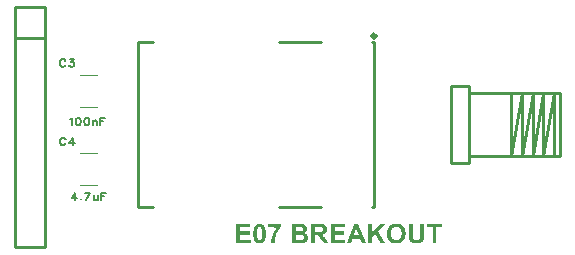
<source format=gto>
G04 Layer: TopSilkscreenLayer*
G04 EasyEDA Pro v2.2.40.3, 2025-08-02 18:00:09*
G04 Gerber Generator version 0.3*
G04 Scale: 100 percent, Rotated: No, Reflected: No*
G04 Dimensions in millimeters*
G04 Leading zeros omitted, absolute positions, 4 integers and 5 decimals*
G04 Generated by one-click*
%FSLAX45Y45*%
%MOMM*%
%ADD10C,0.1524*%
%ADD11C,0.12*%
%ADD12C,0.254*%
%ADD13C,0.35001*%
%ADD14C,0.4749*%
G75*


G04 Text Start*
G36*
G01X13707226Y-9292474D02*
G01X13707226Y-9210733D01*
G01X13766107Y-9210733D01*
G01X13826721Y-9211079D01*
G01X13828453Y-9211426D01*
G01X13828453Y-9238442D01*
G01X13739784Y-9238442D01*
G01X13739784Y-9275156D01*
G01X13822218Y-9275156D01*
G01X13822218Y-9302173D01*
G01X13739784Y-9302173D01*
G01X13739784Y-9347200D01*
G01X13831224Y-9347200D01*
G01X13831224Y-9374216D01*
G01X13707226Y-9374216D01*
G01X13707226Y-9292474D01*
G37*
G36*
G01X13905346Y-9376987D02*
G01X13896340Y-9376641D01*
G01X13894608Y-9375948D01*
G01X13891491Y-9375256D01*
G01X13888027Y-9374216D01*
G01X13885256Y-9373177D01*
G01X13883178Y-9372138D01*
G01X13878329Y-9369367D01*
G01X13876251Y-9367982D01*
G01X13874173Y-9366250D01*
G01X13868284Y-9360362D01*
G01X13866206Y-9357937D01*
G01X13864128Y-9354820D01*
G01X13862396Y-9351703D01*
G01X13861011Y-9348932D01*
G01X13859626Y-9345814D01*
G01X13857201Y-9338541D01*
G01X13855816Y-9332999D01*
G01X13854430Y-9326072D01*
G01X13853737Y-9319837D01*
G01X13853044Y-9312910D01*
G01X13852698Y-9295592D01*
G01X13852747Y-9293167D01*
G01X13885256Y-9293167D01*
G01X13885603Y-9313603D01*
G01X13886296Y-9322608D01*
G01X13887334Y-9329882D01*
G01X13888027Y-9333346D01*
G01X13890106Y-9339580D01*
G01X13891491Y-9342697D01*
G01X13893223Y-9345468D01*
G01X13895301Y-9347893D01*
G01X13897726Y-9349624D01*
G01X13900496Y-9350664D01*
G01X13900496Y-9350664D01*
G01X13902228Y-9351010D01*
G01X13904306Y-9351356D01*
G01X13907770Y-9351010D01*
G01X13910541Y-9350317D01*
G01X13912966Y-9349624D01*
G01X13915044Y-9348239D01*
G01X13918507Y-9344776D01*
G01X13919893Y-9342697D01*
G01X13920932Y-9340273D01*
G01X13921971Y-9337502D01*
G01X13923010Y-9334038D01*
G01X13923703Y-9330921D01*
G01X13924396Y-9326072D01*
G01X13925088Y-9319144D01*
G01X13925781Y-9300441D01*
G01X13926127Y-9294899D01*
G01X13925781Y-9289357D01*
G01X13925088Y-9270654D01*
G01X13924742Y-9267536D01*
G01X13924396Y-9263726D01*
G01X13923703Y-9258877D01*
G01X13922664Y-9253682D01*
G01X13921278Y-9249526D01*
G01X13919893Y-9246408D01*
G01X13918854Y-9243984D01*
G01X13917468Y-9241906D01*
G01X13915736Y-9240174D01*
G01X13913658Y-9238442D01*
G01X13910887Y-9237056D01*
G01X13906731Y-9236364D01*
G01X13902228Y-9236710D01*
G01X13898764Y-9237749D01*
G01X13896340Y-9239134D01*
G01X13894608Y-9240520D01*
G01X13892876Y-9242252D01*
G01X13891144Y-9245023D01*
G01X13889759Y-9248140D01*
G01X13888720Y-9250911D01*
G01X13887681Y-9254721D01*
G01X13886988Y-9258184D01*
G01X13886296Y-9263726D01*
G01X13885603Y-9272732D01*
G01X13885256Y-9293167D01*
G01X13852747Y-9293167D01*
G01X13853044Y-9278274D01*
G01X13853391Y-9275503D01*
G01X13853737Y-9270654D01*
G01X13854430Y-9265804D01*
G01X13855123Y-9261648D01*
G01X13855816Y-9258184D01*
G01X13856162Y-9255760D01*
G01X13856854Y-9252989D01*
G01X13858933Y-9246062D01*
G01X13861011Y-9240520D01*
G01X13862396Y-9237403D01*
G01X13864128Y-9233939D01*
G01X13866206Y-9230822D01*
G01X13867938Y-9228051D01*
G01X13869670Y-9225973D01*
G01X13871056Y-9224241D01*
G01X13872441Y-9222856D01*
G01X13874173Y-9221470D01*
G01X13875904Y-9219738D01*
G01X13878329Y-9218006D01*
G01X13881100Y-9216274D01*
G01X13883524Y-9214889D01*
G01X13885949Y-9213850D01*
G01X13888720Y-9212811D01*
G01X13892184Y-9211772D01*
G01X13895301Y-9211079D01*
G01X13898764Y-9210733D01*
G01X13902921Y-9210386D01*
G01X13905692Y-9210386D01*
G01X13908463Y-9210733D01*
G01X13913312Y-9211079D01*
G01X13918854Y-9212118D01*
G01X13923356Y-9213504D01*
G01X13926474Y-9214889D01*
G01X13929244Y-9216274D01*
G01X13932708Y-9218353D01*
G01X13935479Y-9220431D01*
G01X13938943Y-9223202D01*
G01X13941714Y-9226666D01*
G01X13943792Y-9229090D01*
G01X13945870Y-9232207D01*
G01X13947602Y-9235324D01*
G01X13949334Y-9238788D01*
G01X13951066Y-9242598D01*
G01X13952451Y-9246754D01*
G01X13953836Y-9251257D01*
G01X13954876Y-9254721D01*
G01X13956261Y-9261648D01*
G01X13957646Y-9272732D01*
G01X13958339Y-9283816D01*
G01X13958686Y-9292821D01*
G01X13958339Y-9301826D01*
G01X13957646Y-9312910D01*
G01X13956954Y-9318452D01*
G01X13956607Y-9320876D01*
G01X13956261Y-9323994D01*
G01X13954876Y-9330921D01*
G01X13953490Y-9336463D01*
G01X13952451Y-9340273D01*
G01X13951066Y-9344083D01*
G01X13949680Y-9347546D01*
G01X13946909Y-9353088D01*
G01X13945177Y-9356206D01*
G01X13943446Y-9358976D01*
G01X13939982Y-9363133D01*
G01X13937904Y-9365211D01*
G01X13935826Y-9366943D01*
G01X13933401Y-9369021D01*
G01X13930284Y-9371099D01*
G01X13927166Y-9372831D01*
G01X13923703Y-9374216D01*
G01X13920932Y-9375256D01*
G01X13914697Y-9376641D01*
G01X13905346Y-9376987D01*
G37*
G36*
G01X14001634Y-9374216D02*
G01X14001634Y-9371792D01*
G01X14001981Y-9368328D01*
G01X14002674Y-9360016D01*
G01X14004059Y-9350317D01*
G01X14005444Y-9342004D01*
G01X14006137Y-9338541D01*
G01X14007176Y-9333692D01*
G01X14008216Y-9330228D01*
G01X14009947Y-9323301D01*
G01X14011333Y-9318798D01*
G01X14015489Y-9306329D01*
G01X14016874Y-9302866D01*
G01X14017914Y-9300094D01*
G01X14018953Y-9297670D01*
G01X14021724Y-9291436D01*
G01X14023802Y-9286586D01*
G01X14027958Y-9278274D01*
G01X14030729Y-9273424D01*
G01X14032461Y-9269961D01*
G01X14034193Y-9267190D01*
G01X14035578Y-9264766D01*
G01X14037310Y-9261994D01*
G01X14043544Y-9252643D01*
G01X14045969Y-9249179D01*
G01X14048047Y-9246408D01*
G01X14049433Y-9244676D01*
G01X14050472Y-9242944D01*
G01X14041813Y-9242165D01*
G01X14015143Y-9241906D01*
G01X13979467Y-9241906D01*
G01X13979467Y-9213504D01*
G01X14086840Y-9213504D01*
G01X14086840Y-9224587D01*
G01X14086580Y-9233073D01*
G01X14085801Y-9236364D01*
G01X14082337Y-9240520D01*
G01X14079913Y-9242944D01*
G01X14077142Y-9246408D01*
G01X14075064Y-9249179D01*
G01X14073678Y-9250911D01*
G01X14071946Y-9253336D01*
G01X14067790Y-9259570D01*
G01X14063634Y-9266497D01*
G01X14061902Y-9269268D01*
G01X14059131Y-9274117D01*
G01X14056014Y-9280352D01*
G01X14054282Y-9283123D01*
G01X14047354Y-9298709D01*
G01X14045969Y-9302866D01*
G01X14044584Y-9306329D01*
G01X14042506Y-9312564D01*
G01X14040427Y-9319491D01*
G01X14039388Y-9322608D01*
G01X14036617Y-9333692D01*
G01X14035232Y-9339926D01*
G01X14033846Y-9348239D01*
G01X14033154Y-9353088D01*
G01X14032461Y-9359323D01*
G01X14032114Y-9367289D01*
G01X14032114Y-9374216D01*
G01X14001634Y-9374216D01*
G37*
G36*
G01X14177587Y-9292474D02*
G01X14177587Y-9256799D01*
G01X14210146Y-9256799D01*
G01X14210492Y-9275503D01*
G01X14231274Y-9275849D01*
G01X14254826Y-9275503D01*
G01X14258983Y-9274810D01*
G01X14261754Y-9274117D01*
G01X14264178Y-9273078D01*
G01X14266256Y-9272039D01*
G01X14268334Y-9270654D01*
G01X14270066Y-9268922D01*
G01X14271798Y-9266844D01*
G01X14273184Y-9264073D01*
G01X14273876Y-9258184D01*
G01X14273530Y-9252643D01*
G01X14272837Y-9249872D01*
G01X14271452Y-9246754D01*
G01X14269720Y-9244330D01*
G01X14267988Y-9242598D01*
G01X14265217Y-9240866D01*
G01X14261754Y-9239481D01*
G01X14258983Y-9238788D01*
G01X14234044Y-9238442D01*
G01X14210146Y-9238442D01*
G01X14210146Y-9256799D01*
G01X14210146Y-9256799D01*
G01X14177587Y-9256799D01*
G01X14177587Y-9210733D01*
G01X14213609Y-9210733D01*
G01X14250670Y-9211079D01*
G01X14263139Y-9211772D01*
G01X14265910Y-9212118D01*
G01X14269374Y-9212464D01*
G01X14272837Y-9213157D01*
G01X14278379Y-9214543D01*
G01X14281150Y-9215582D01*
G01X14283921Y-9216967D01*
G01X14287038Y-9218699D01*
G01X14289809Y-9220431D01*
G01X14291887Y-9222163D01*
G01X14297083Y-9227358D01*
G01X14299161Y-9229783D01*
G01X14300893Y-9232554D01*
G01X14302278Y-9235324D01*
G01X14303664Y-9238442D01*
G01X14304703Y-9241213D01*
G01X14305396Y-9243637D01*
G01X14306088Y-9249179D01*
G01X14306088Y-9253336D01*
G01X14305396Y-9258877D01*
G01X14304356Y-9263380D01*
G01X14302971Y-9267190D01*
G01X14301586Y-9269961D01*
G01X14299854Y-9272732D01*
G01X14297429Y-9276196D01*
G01X14295351Y-9278966D01*
G01X14292926Y-9281391D01*
G01X14289463Y-9283816D01*
G01X14287038Y-9285547D01*
G01X14284960Y-9286586D01*
G01X14284008Y-9287019D01*
G01X14283921Y-9287626D01*
G01X14286346Y-9289011D01*
G01X14290156Y-9290396D01*
G01X14293273Y-9292128D01*
G01X14296044Y-9293514D01*
G01X14298122Y-9294899D01*
G01X14302971Y-9299056D01*
G01X14304703Y-9300787D01*
G01X14306434Y-9302866D01*
G01X14309898Y-9308407D01*
G01X14311284Y-9311524D01*
G01X14312669Y-9315681D01*
G01X14313708Y-9319144D01*
G01X14314054Y-9326072D01*
G01X14313708Y-9332999D01*
G01X14313016Y-9336463D01*
G01X14311976Y-9340966D01*
G01X14310591Y-9344776D01*
G01X14309206Y-9347893D01*
G01X14307820Y-9350664D01*
G01X14306088Y-9353434D01*
G01X14304703Y-9355859D01*
G01X14303317Y-9357591D01*
G01X14298122Y-9362786D01*
G01X14295697Y-9364864D01*
G01X14293273Y-9366596D01*
G01X14290848Y-9367982D01*
G01X14288077Y-9369367D01*
G01X14285306Y-9370406D01*
G01X14282189Y-9371446D01*
G01X14278379Y-9372484D01*
G01X14274916Y-9373177D01*
G01X14265910Y-9373870D01*
G01X14221229Y-9374216D01*
G01X14177587Y-9374216D01*
G01X14177587Y-9324686D01*
G01X14210146Y-9324686D01*
G01X14210492Y-9346854D01*
G01X14231274Y-9347200D01*
G01X14252748Y-9346854D01*
G01X14256904Y-9346507D01*
G01X14261754Y-9346161D01*
G01X14265217Y-9345468D01*
G01X14268681Y-9344429D01*
G01X14271798Y-9342697D01*
G01X14274223Y-9340966D01*
G01X14275954Y-9339234D01*
G01X14277340Y-9337502D01*
G01X14278726Y-9335077D01*
G01X14279764Y-9332306D01*
G01X14280111Y-9327111D01*
G01X14279764Y-9321916D01*
G01X14279072Y-9318798D01*
G01X14278033Y-9315681D01*
G01X14276994Y-9313603D01*
G01X14275608Y-9311871D01*
G01X14273876Y-9310139D01*
G01X14271452Y-9308061D01*
G01X14268681Y-9306329D01*
G01X14265910Y-9305290D01*
G01X14263139Y-9304597D01*
G01X14257597Y-9303904D01*
G01X14240972Y-9303212D01*
G01X14225039Y-9302866D01*
G01X14210146Y-9302866D01*
G01X14210146Y-9324686D01*
G01X14210146Y-9324686D01*
G01X14177587Y-9324686D01*
G01X14177587Y-9292474D01*
G37*
G36*
G01X14507326Y-9292474D02*
G01X14507326Y-9210733D01*
G01X14628553Y-9210733D01*
G01X14628553Y-9238442D01*
G01X14540576Y-9238442D01*
G01X14540576Y-9275156D01*
G01X14622318Y-9275156D01*
G01X14622318Y-9302173D01*
G01X14540576Y-9302173D01*
G01X14540576Y-9347200D01*
G01X14632016Y-9347200D01*
G01X14632016Y-9374216D01*
G01X14507326Y-9374216D01*
G01X14507326Y-9292474D01*
G37*
G36*
G01X14342456Y-9292474D02*
G01X14342456Y-9258877D01*
G01X14375014Y-9258877D01*
G01X14375361Y-9279659D01*
G01X14396489Y-9280006D01*
G01X14418310Y-9279659D01*
G01X14421081Y-9279313D01*
G01X14425237Y-9278966D01*
G01X14429740Y-9277927D01*
G01X14432857Y-9276542D01*
G01X14435628Y-9274810D01*
G01X14438399Y-9272039D01*
G01X14440131Y-9269614D01*
G01X14441170Y-9267190D01*
G01X14441863Y-9264419D01*
G01X14442209Y-9260956D01*
G01X14441863Y-9256106D01*
G01X14441170Y-9252643D01*
G01X14440477Y-9250218D01*
G01X14439438Y-9248140D01*
G01X14438053Y-9246062D01*
G01X14436321Y-9243984D01*
G01X14433896Y-9242252D01*
G01X14430779Y-9240520D01*
G01X14428008Y-9239481D01*
G01X14421081Y-9238788D01*
G01X14397528Y-9238442D01*
G01X14375014Y-9238442D01*
G01X14375014Y-9258877D01*
G01X14375014Y-9258877D01*
G01X14342456Y-9258877D01*
G01X14342456Y-9210733D01*
G01X14379517Y-9210733D01*
G01X14417617Y-9211079D01*
G01X14430086Y-9211772D01*
G01X14435628Y-9212464D01*
G01X14439784Y-9213157D01*
G01X14445326Y-9214196D01*
G01X14449483Y-9215582D01*
G01X14452946Y-9216967D01*
G01X14456064Y-9218699D01*
G01X14458488Y-9220084D01*
G01X14460220Y-9221470D01*
G01X14465416Y-9226666D01*
G01X14468186Y-9230129D01*
G01X14469918Y-9232554D01*
G01X14471304Y-9235324D01*
G01X14472343Y-9237749D01*
G01X14473382Y-9240520D01*
G01X14474421Y-9243637D01*
G01X14475114Y-9246408D01*
G01X14475806Y-9251257D01*
G01X14476153Y-9256106D01*
G01X14475806Y-9261648D01*
G01X14475114Y-9265804D01*
G01X14474421Y-9269268D01*
G01X14473728Y-9272039D01*
G01X14472689Y-9274810D01*
G01X14469572Y-9281044D01*
G01X14467840Y-9283469D01*
G01X14466801Y-9285201D01*
G01X14465416Y-9286933D01*
G01X14461952Y-9290396D01*
G01X14459181Y-9292474D01*
G01X14456064Y-9294553D01*
G01X14453639Y-9295938D01*
G01X14450868Y-9297324D01*
G01X14447404Y-9298709D01*
G01X14443248Y-9300094D01*
G01X14439784Y-9301134D01*
G01X14436321Y-9301826D01*
G01X14434589Y-9302259D01*
G01X14434243Y-9302866D01*
G01X14435974Y-9304597D01*
G01X14439092Y-9306676D01*
G01X14441516Y-9308407D01*
G01X14443594Y-9309793D01*
G01X14445673Y-9311524D01*
G01X14453293Y-9319144D01*
G01X14457449Y-9324686D01*
G01X14459874Y-9328150D01*
G01X14466108Y-9337502D01*
G01X14473036Y-9348586D01*
G01X14475114Y-9351703D01*
G01X14487236Y-9371099D01*
G01X14488276Y-9373177D01*
G01X14484033Y-9373957D01*
G01X14470611Y-9374216D01*
G01X14450868Y-9373870D01*
G01X14449309Y-9373177D01*
G01X14448097Y-9371792D01*
G01X14439784Y-9359323D01*
G01X14434936Y-9352396D01*
G01X14420388Y-9330574D01*
G01X14413461Y-9320876D01*
G01X14411036Y-9317759D01*
G01X14408958Y-9314988D01*
G01X14406534Y-9312564D01*
G01X14403070Y-9310139D01*
G01X14399953Y-9308407D01*
G01X14396489Y-9307368D01*
G01X14393372Y-9306676D01*
G01X14383674Y-9306329D01*
G01X14375014Y-9306329D01*
G01X14375014Y-9374216D01*
G01X14342456Y-9374216D01*
G01X14342456Y-9292474D01*
G37*
G36*
G01X14647689Y-9373957D02*
G01X14643793Y-9373177D01*
G01X14645178Y-9370060D01*
G01X14646564Y-9366596D01*
G01X14648642Y-9361054D01*
G01X14651413Y-9354127D01*
G01X14653491Y-9348586D01*
G01X14656262Y-9341658D01*
G01X14658340Y-9336116D01*
G01X14662496Y-9325726D01*
G01X14663882Y-9321916D01*
G01X14666653Y-9314988D01*
G01X14668038Y-9311178D01*
G01X14669424Y-9307714D01*
G01X14702328Y-9307714D01*
G01X14702328Y-9309446D01*
G01X14724496Y-9309793D01*
G01X14746316Y-9309793D01*
G01X14745970Y-9308407D01*
G01X14744931Y-9305636D01*
G01X14743892Y-9302519D01*
G01X14737657Y-9285894D01*
G01X14736618Y-9282776D01*
G01X14732462Y-9271693D01*
G01X14731076Y-9268229D01*
G01X14725534Y-9252989D01*
G01X14724149Y-9250564D01*
G01X14723110Y-9251257D01*
G01X14722071Y-9253336D01*
G01X14721032Y-9256106D01*
G01X14719993Y-9259224D01*
G01X14718607Y-9262687D01*
G01X14717222Y-9266844D01*
G01X14715836Y-9270307D01*
G01X14714797Y-9273424D01*
G01X14712719Y-9278966D01*
G01X14711680Y-9282084D01*
G01X14710294Y-9285547D01*
G01X14708909Y-9289704D01*
G01X14707524Y-9293167D01*
G01X14706484Y-9296284D01*
G01X14704406Y-9301826D01*
G01X14703367Y-9304944D01*
G01X14702328Y-9307714D01*
G01X14702328Y-9307714D01*
G01X14669424Y-9307714D01*
G01X14672194Y-9300787D01*
G01X14674273Y-9295246D01*
G01X14677044Y-9288318D01*
G01X14679122Y-9282776D01*
G01X14683278Y-9272386D01*
G01X14684664Y-9268576D01*
G01X14687434Y-9261648D01*
G01X14688820Y-9257838D01*
G01X14692976Y-9247447D01*
G01X14695054Y-9241906D01*
G01X14697826Y-9234978D01*
G01X14699904Y-9229436D01*
G01X14704060Y-9219046D01*
G01X14705446Y-9215236D01*
G01X14706831Y-9212118D01*
G01X14711420Y-9211079D01*
G01X14723803Y-9210733D01*
G01X14741121Y-9211079D01*
G01X14742853Y-9213157D01*
G01X14807276Y-9374216D01*
G01X14789612Y-9374216D01*
G01X14776190Y-9373957D01*
G01X14771254Y-9373177D01*
G01X14769869Y-9370406D01*
G01X14768484Y-9366943D01*
G01X14767098Y-9363133D01*
G01X14765713Y-9359669D01*
G01X14763634Y-9354127D01*
G01X14762249Y-9350664D01*
G01X14760864Y-9346854D01*
G01X14759478Y-9343390D01*
G01X14758093Y-9339580D01*
G01X14757400Y-9337502D01*
G01X14724496Y-9337502D01*
G01X14699731Y-9337762D01*
G01X14691244Y-9338541D01*
G01X14690206Y-9340619D01*
G01X14689166Y-9343390D01*
G01X14688127Y-9346507D01*
G01X14686742Y-9349971D01*
G01X14685356Y-9354127D01*
G01X14683971Y-9357591D01*
G01X14682932Y-9360708D01*
G01X14680854Y-9366250D01*
G01X14678776Y-9372484D01*
G01X14678429Y-9374216D01*
G01X14660764Y-9374216D01*
G01X14647689Y-9373957D01*
G37*
G36*
G01X14825287Y-9292474D02*
G01X14825287Y-9210733D01*
G01X14858538Y-9210733D01*
G01X14858538Y-9246754D01*
G01X14858798Y-9273684D01*
G01X14859577Y-9282430D01*
G01X14861656Y-9280352D01*
G01X14863734Y-9277927D01*
G01X14867197Y-9274464D01*
G01X14871354Y-9269614D01*
G01X14874817Y-9266151D01*
G01X14877588Y-9262687D01*
G01X14883476Y-9256799D01*
G01X14885554Y-9254028D01*
G01X14890750Y-9248833D01*
G01X14894906Y-9243984D01*
G01X14898370Y-9240520D01*
G01X14901141Y-9237056D01*
G01X14907029Y-9231168D01*
G01X14909107Y-9228397D01*
G01X14914303Y-9223202D01*
G01X14918459Y-9218353D01*
G01X14921923Y-9214889D01*
G01X14924001Y-9212464D01*
G01X14925040Y-9210733D01*
G01X14947207Y-9210733D01*
G01X14963659Y-9210992D01*
G01X14968682Y-9211772D01*
G01X14950671Y-9229783D01*
G01X14948593Y-9232554D01*
G01X14930582Y-9250564D01*
G01X14928504Y-9253336D01*
G01X14910493Y-9271346D01*
G01X14909627Y-9273338D01*
G01X14909800Y-9275849D01*
G01X14911532Y-9280352D01*
G01X14913610Y-9283469D01*
G01X14917074Y-9289011D01*
G01X14923308Y-9298363D01*
G01X14925386Y-9301826D01*
G01X14931621Y-9311178D01*
G01X14935084Y-9316720D01*
G01X14941319Y-9326072D01*
G01X14944783Y-9331614D01*
G01X14951017Y-9340966D01*
G01X14954481Y-9346507D01*
G01X14960716Y-9355859D01*
G01X14964179Y-9361401D01*
G01X14968336Y-9367636D01*
G01X14970067Y-9370060D01*
G01X14971453Y-9372484D01*
G01X14972146Y-9374216D01*
G01X14951364Y-9374216D01*
G01X14929889Y-9373524D01*
G01X14928157Y-9371099D01*
G01X14926426Y-9368328D01*
G01X14925040Y-9365904D01*
G01X14923308Y-9362786D01*
G01X14921230Y-9359323D01*
G01X14919498Y-9356552D01*
G01X14918113Y-9354127D01*
G01X14916381Y-9351010D01*
G01X14914649Y-9348239D01*
G01X14913264Y-9345814D01*
G01X14911532Y-9342697D01*
G01X14909454Y-9339234D01*
G01X14907722Y-9336463D01*
G01X14906336Y-9334038D01*
G01X14904604Y-9330921D01*
G01X14902873Y-9328150D01*
G01X14901487Y-9325726D01*
G01X14899756Y-9322608D01*
G01X14898024Y-9319837D01*
G01X14896638Y-9317413D01*
G01X14894906Y-9314296D01*
G01X14893174Y-9311524D01*
G01X14891789Y-9309100D01*
G01X14890404Y-9307022D01*
G01X14885554Y-9298536D01*
G01X14884862Y-9298363D01*
G01X14883130Y-9299402D01*
G01X14872739Y-9309793D01*
G01X14869968Y-9313256D01*
G01X14859577Y-9323647D01*
G01X14858798Y-9330401D01*
G01X14858538Y-9349278D01*
G01X14858538Y-9374216D01*
G01X14825287Y-9374216D01*
G01X14825287Y-9292474D01*
G37*
G36*
G01X15062200Y-9376987D02*
G01X15050770Y-9376641D01*
G01X15044536Y-9375602D01*
G01X15034837Y-9373177D01*
G01X15031720Y-9372138D01*
G01X15028949Y-9371099D01*
G01X15026524Y-9370060D01*
G01X15020290Y-9366943D01*
G01X15017519Y-9365211D01*
G01X15015441Y-9363826D01*
G01X15009899Y-9359669D01*
G01X15008167Y-9357937D01*
G01X15006436Y-9356552D01*
G01X15004357Y-9354474D01*
G01X15002279Y-9352049D01*
G01X15000547Y-9350317D01*
G01X14998816Y-9347893D01*
G01X14997430Y-9345468D01*
G01X14996044Y-9343736D01*
G01X14994313Y-9341312D01*
G01X14991542Y-9335770D01*
G01X14990156Y-9332306D01*
G01X14988771Y-9329189D01*
G01X14986693Y-9322262D01*
G01X14985654Y-9318452D01*
G01X14984961Y-9314988D01*
G01X14984268Y-9309446D01*
G01X14983576Y-9301826D01*
G01X14983229Y-9295246D01*
G01X14983430Y-9291436D01*
G01X15017173Y-9291436D01*
G01X15017519Y-9299056D01*
G01X15017866Y-9301826D01*
G01X15018212Y-9305983D01*
G01X15018904Y-9310139D01*
G01X15019597Y-9312910D01*
G01X15020290Y-9316027D01*
G01X15021329Y-9319491D01*
G01X15022714Y-9322954D01*
G01X15024100Y-9326072D01*
G01X15025486Y-9328496D01*
G01X15026871Y-9330574D01*
G01X15027910Y-9332306D01*
G01X15029296Y-9334038D01*
G01X15034491Y-9339234D01*
G01X15036916Y-9341312D01*
G01X15039340Y-9343044D01*
G01X15041764Y-9344429D01*
G01X15044882Y-9345814D01*
G01X15048346Y-9347200D01*
G01X15051463Y-9348239D01*
G01X15054926Y-9348586D01*
G01X15054926Y-9348586D01*
G01X15057697Y-9348932D01*
G01X15061854Y-9349278D01*
G01X15066703Y-9348932D01*
G01X15069474Y-9348586D01*
G01X15073630Y-9347893D01*
G01X15078133Y-9346507D01*
G01X15081250Y-9345122D01*
G01X15084021Y-9343736D01*
G01X15087138Y-9342004D01*
G01X15090256Y-9339580D01*
G01X15093026Y-9337502D01*
G01X15095451Y-9335077D01*
G01X15097529Y-9332306D01*
G01X15098914Y-9330574D01*
G01X15100300Y-9328150D01*
G01X15103071Y-9322608D01*
G01X15104456Y-9318798D01*
G01X15105496Y-9315681D01*
G01X15106881Y-9308754D01*
G01X15107574Y-9301826D01*
G01X15107920Y-9293514D01*
G01X15107574Y-9285201D01*
G01X15107227Y-9282776D01*
G01X15106881Y-9278274D01*
G01X15106188Y-9274117D01*
G01X15105496Y-9271000D01*
G01X15104456Y-9266844D01*
G01X15103071Y-9263034D01*
G01X15101686Y-9259916D01*
G01X15100300Y-9257146D01*
G01X15098568Y-9254374D01*
G01X15096836Y-9251950D01*
G01X15094066Y-9248486D01*
G01X15092334Y-9246754D01*
G01X15089563Y-9244676D01*
G01X15086099Y-9242252D01*
G01X15083328Y-9240520D01*
G01X15080557Y-9239481D01*
G01X15077440Y-9238442D01*
G01X15073630Y-9237403D01*
G01X15070166Y-9236710D01*
G01X15064278Y-9236364D01*
G01X15057004Y-9236710D01*
G01X15052848Y-9237403D01*
G01X15047306Y-9238788D01*
G01X15044536Y-9239827D01*
G01X15036916Y-9243637D01*
G01X15035184Y-9245023D01*
G01X15030334Y-9249179D01*
G01X15027564Y-9252643D01*
G01X15026178Y-9254721D01*
G01X15023407Y-9259570D01*
G01X15022022Y-9262687D01*
G01X15019597Y-9269961D01*
G01X15018212Y-9276888D01*
G01X15017519Y-9283816D01*
G01X15017173Y-9291436D01*
G01X14983430Y-9291436D01*
G01X14983576Y-9288664D01*
G01X14984268Y-9279659D01*
G01X14984961Y-9274117D01*
G01X14987039Y-9263726D01*
G01X14988078Y-9259916D01*
G01X14990156Y-9254374D01*
G01X14991542Y-9251257D01*
G01X14994313Y-9245716D01*
G01X14996044Y-9242598D01*
G01X14998123Y-9239481D01*
G01X15001586Y-9234632D01*
G01X15003664Y-9232207D01*
G01X15011284Y-9224587D01*
G01X15014748Y-9221816D01*
G01X15018212Y-9219392D01*
G01X15020983Y-9217660D01*
G01X15026524Y-9214889D01*
G01X15029296Y-9213850D01*
G01X15032413Y-9212811D01*
G01X15035184Y-9211772D01*
G01X15037608Y-9211079D01*
G01X15043843Y-9209694D01*
G01X15048692Y-9209001D01*
G01X15058390Y-9208308D01*
G01X15061161Y-9207962D01*
G01X15063932Y-9208308D01*
G01X15068434Y-9208654D01*
G01X15073630Y-9209001D01*
G01X15078479Y-9209694D01*
G01X15084021Y-9210733D01*
G01X15087484Y-9211772D01*
G01X15090256Y-9212464D01*
G01X15093373Y-9213504D01*
G01X15096490Y-9214889D01*
G01X15099954Y-9216274D01*
G01X15103417Y-9218006D01*
G01X15108959Y-9221470D01*
G01X15113808Y-9224934D01*
G01X15116233Y-9227012D01*
G01X15123160Y-9233939D01*
G01X15125931Y-9237403D01*
G01X15127663Y-9239827D01*
G01X15129394Y-9242598D01*
G01X15131126Y-9245716D01*
G01X15132858Y-9248486D01*
G01X15134244Y-9251604D01*
G01X15135629Y-9255067D01*
G01X15137707Y-9261302D01*
G01X15138746Y-9264766D01*
G01X15139439Y-9267883D01*
G01X15140824Y-9275503D01*
G01X15141517Y-9281737D01*
G01X15141864Y-9291782D01*
G01X15141517Y-9301826D01*
G01X15141171Y-9304597D01*
G01X15140824Y-9308754D01*
G01X15140132Y-9312910D01*
G01X15138746Y-9319837D01*
G01X15137707Y-9323647D01*
G01X15135629Y-9329882D01*
G01X15134244Y-9333346D01*
G01X15132858Y-9336463D01*
G01X15131473Y-9339234D01*
G01X15130087Y-9341658D01*
G01X15128356Y-9344429D01*
G01X15126970Y-9346854D01*
G01X15122814Y-9352049D01*
G01X15115194Y-9359669D01*
G01X15112423Y-9361747D01*
G01X15110691Y-9363133D01*
G01X15108266Y-9364864D01*
G01X15104803Y-9366943D01*
G01X15102032Y-9368674D01*
G01X15097183Y-9370753D01*
G01X15094066Y-9372138D01*
G01X15086792Y-9374563D01*
G01X15079864Y-9375948D01*
G01X15074323Y-9376641D01*
G01X15062200Y-9376987D01*
G37*
G36*
G01X15233304Y-9376987D02*
G01X15218410Y-9376641D01*
G01X15208019Y-9374563D01*
G01X15204209Y-9373524D01*
G01X15200399Y-9372138D01*
G01X15194857Y-9369367D01*
G01X15192433Y-9367982D01*
G01X15190354Y-9366943D01*
G01X15188276Y-9365557D01*
G01X15184120Y-9362094D01*
G01X15180656Y-9358630D01*
G01X15179271Y-9356898D01*
G01X15177539Y-9354474D01*
G01X15175461Y-9351356D01*
G01X15173729Y-9348239D01*
G01X15172344Y-9344776D01*
G01X15171304Y-9342004D01*
G01X15169919Y-9335770D01*
G01X15169226Y-9330921D01*
G01X15168534Y-9324686D01*
G01X15167841Y-9312910D01*
G01X15167494Y-9261302D01*
G01X15167494Y-9210733D01*
G01X15200746Y-9210733D01*
G01X15200746Y-9265112D01*
G01X15201092Y-9320530D01*
G01X15201438Y-9323647D01*
G01X15202131Y-9328150D01*
G01X15203516Y-9332306D01*
G01X15205941Y-9337156D01*
G01X15207326Y-9338887D01*
G01X15210790Y-9342351D01*
G01X15213214Y-9344083D01*
G01X15215639Y-9345468D01*
G01X15217717Y-9346507D01*
G01X15220488Y-9347546D01*
G01X15223259Y-9348239D01*
G01X15228108Y-9348932D01*
G01X15232611Y-9349278D01*
G01X15237114Y-9348932D01*
G01X15239538Y-9348586D01*
G01X15242656Y-9348239D01*
G01X15248197Y-9346854D01*
G01X15251661Y-9345468D01*
G01X15254432Y-9343736D01*
G01X15256510Y-9342351D01*
G01X15258242Y-9340619D01*
G01X15260320Y-9337848D01*
G01X15262398Y-9334384D01*
G01X15263437Y-9331614D01*
G01X15264130Y-9326764D01*
G01X15264823Y-9316374D01*
G01X15265169Y-9263034D01*
G01X15265169Y-9210733D01*
G01X15297727Y-9210733D01*
G01X15297727Y-9264766D01*
G01X15297381Y-9319837D01*
G01X15296688Y-9328150D01*
G01X15295996Y-9333692D01*
G01X15295303Y-9337502D01*
G01X15294264Y-9341658D01*
G01X15293224Y-9344776D01*
G01X15292186Y-9347546D01*
G01X15290800Y-9350317D01*
G01X15289068Y-9353434D01*
G01X15286990Y-9356552D01*
G01X15284912Y-9358976D01*
G01X15283180Y-9360708D01*
G01X15281448Y-9362786D01*
G01X15279370Y-9364518D01*
G01X15277638Y-9365904D01*
G01X15275560Y-9367289D01*
G01X15272789Y-9369021D01*
G01X15269672Y-9370753D01*
G01X15266554Y-9372138D01*
G01X15260320Y-9374216D01*
G01X15256510Y-9375256D01*
G01X15253046Y-9375948D01*
G01X15247504Y-9376641D01*
G01X15233304Y-9376987D01*
G37*
G36*
G01X15369771Y-9306329D02*
G01X15369771Y-9238442D01*
G01X15321280Y-9238442D01*
G01X15321280Y-9210733D01*
G01X15450820Y-9210733D01*
G01X15450820Y-9238442D01*
G01X15403022Y-9238442D01*
G01X15403022Y-9374216D01*
G01X15369771Y-9374216D01*
G01X15369771Y-9306329D01*
G37*
G54D10*
G01X12260397Y-7831357D02*
G01X12257349Y-7825007D01*
G01X12250999Y-7818911D01*
G01X12244903Y-7815863D01*
G01X12232457Y-7815863D01*
G01X12226361Y-7818911D01*
G01X12220011Y-7825007D01*
G01X12216963Y-7831357D01*
G01X12213915Y-7840501D01*
G01X12213915Y-7855995D01*
G01X12216963Y-7865393D01*
G01X12220011Y-7871489D01*
G01X12226361Y-7877839D01*
G01X12232457Y-7880887D01*
G01X12244903Y-7880887D01*
G01X12250999Y-7877839D01*
G01X12257349Y-7871489D01*
G01X12260397Y-7865393D01*
G01X12296719Y-7815863D02*
G01X12330755Y-7815863D01*
G01X12312213Y-7840501D01*
G01X12321357Y-7840501D01*
G01X12327707Y-7843549D01*
G01X12330755Y-7846851D01*
G01X12333803Y-7855995D01*
G01X12333803Y-7862345D01*
G01X12330755Y-7871489D01*
G01X12324659Y-7877839D01*
G01X12315261Y-7880887D01*
G01X12305863Y-7880887D01*
G01X12296719Y-7877839D01*
G01X12293671Y-7874537D01*
G01X12290623Y-7868441D01*
G01X12301220Y-8325612D02*
G01X12307316Y-8322310D01*
G01X12316714Y-8313166D01*
G01X12316714Y-8378190D01*
G01X12365482Y-8313166D02*
G01X12356084Y-8316214D01*
G01X12349988Y-8325612D01*
G01X12346940Y-8340852D01*
G01X12346940Y-8350250D01*
G01X12349988Y-8365744D01*
G01X12356084Y-8375142D01*
G01X12365482Y-8378190D01*
G01X12371578Y-8378190D01*
G01X12380976Y-8375142D01*
G01X12387072Y-8365744D01*
G01X12390120Y-8350250D01*
G01X12390120Y-8340852D01*
G01X12387072Y-8325612D01*
G01X12380976Y-8316214D01*
G01X12371578Y-8313166D01*
G01X12365482Y-8313166D01*
G01X12438888Y-8313166D02*
G01X12429490Y-8316214D01*
G01X12423394Y-8325612D01*
G01X12420346Y-8340852D01*
G01X12420346Y-8350250D01*
G01X12423394Y-8365744D01*
G01X12429490Y-8375142D01*
G01X12438888Y-8378190D01*
G01X12444984Y-8378190D01*
G01X12454382Y-8375142D01*
G01X12460478Y-8365744D01*
G01X12463526Y-8350250D01*
G01X12463526Y-8340852D01*
G01X12460478Y-8325612D01*
G01X12454382Y-8316214D01*
G01X12444984Y-8313166D01*
G01X12438888Y-8313166D01*
G01X12493752Y-8334756D02*
G01X12493752Y-8378190D01*
G01X12493752Y-8347202D02*
G01X12502896Y-8337804D01*
G01X12508992Y-8334756D01*
G01X12518390Y-8334756D01*
G01X12524486Y-8337804D01*
G01X12527788Y-8347202D01*
G01X12527788Y-8378190D01*
G01X12558014Y-8313166D02*
G01X12558014Y-8378190D01*
G01X12558014Y-8313166D02*
G01X12598146Y-8313166D01*
G01X12558014Y-8344154D02*
G01X12582652Y-8344154D01*
G01X12262302Y-8496360D02*
G01X12259254Y-8490010D01*
G01X12252904Y-8483914D01*
G01X12246808Y-8480866D01*
G01X12234362Y-8480866D01*
G01X12228266Y-8483914D01*
G01X12221916Y-8490010D01*
G01X12218868Y-8496360D01*
G01X12215820Y-8505504D01*
G01X12215820Y-8520998D01*
G01X12218868Y-8530396D01*
G01X12221916Y-8536492D01*
G01X12228266Y-8542842D01*
G01X12234362Y-8545890D01*
G01X12246808Y-8545890D01*
G01X12252904Y-8542842D01*
G01X12259254Y-8536492D01*
G01X12262302Y-8530396D01*
G01X12323262Y-8480866D02*
G01X12292528Y-8524046D01*
G01X12338756Y-8524046D01*
G01X12323262Y-8480866D02*
G01X12323262Y-8545890D01*
G01X12344908Y-8948166D02*
G01X12313920Y-8991346D01*
G01X12360402Y-8991346D01*
G01X12344908Y-8948166D02*
G01X12344908Y-9013190D01*
G01X12393676Y-8997696D02*
G01X12390628Y-9000744D01*
G01X12393676Y-9003792D01*
G01X12396724Y-9000744D01*
G01X12393676Y-8997696D01*
G01X12470130Y-8948166D02*
G01X12439142Y-9013190D01*
G01X12426950Y-8948166D02*
G01X12470130Y-8948166D01*
G01X12500356Y-8969756D02*
G01X12500356Y-9000744D01*
G01X12503404Y-9010142D01*
G01X12509500Y-9013190D01*
G01X12518898Y-9013190D01*
G01X12524994Y-9010142D01*
G01X12534392Y-9000744D01*
G01X12534392Y-8969756D02*
G01X12534392Y-9013190D01*
G01X12564618Y-8948166D02*
G01X12564618Y-9013190D01*
G01X12564618Y-8948166D02*
G01X12604750Y-8948166D01*
G01X12564618Y-8979154D02*
G01X12589256Y-8979154D01*
G04 Text End*

G04 PolygonModel Start*
G54D11*
G01X12385670Y-7949296D02*
G01X12527920Y-7949296D01*
G01X12385670Y-8221297D02*
G01X12527920Y-8221297D01*
G01X12387575Y-8614300D02*
G01X12529825Y-8614300D01*
G01X12387575Y-8886300D02*
G01X12529825Y-8886300D01*
G54D12*
G01X12090400Y-9410697D02*
G01X11836400Y-9410697D01*
G01X11836400Y-9410697D02*
G01X11836400Y-7378703D01*
G01X11836400Y-7378703D02*
G01X12090400Y-7378703D01*
G01X12090400Y-7378703D02*
G01X12090400Y-9410697D01*
G01X12090400Y-7635052D02*
G01X11836400Y-7635052D01*
G01X16033516Y-8635987D02*
G01X16126043Y-8100360D01*
G01X16394554Y-8635987D02*
G01X15681805Y-8635987D01*
G01X16394554Y-8100360D02*
G01X15681805Y-8102366D01*
G01X15681805Y-8044302D02*
G01X15681805Y-8694303D01*
G01X15681805Y-8694303D02*
G01X15529405Y-8694303D01*
G01X16394554Y-8635987D02*
G01X16450000Y-8635987D01*
G01X16394554Y-8100360D02*
G01X16448938Y-8100360D01*
G01X16448938Y-8100360D02*
G01X16450000Y-8099301D01*
G01X16450000Y-8099301D02*
G01X16450000Y-8637300D01*
G01X15681805Y-8044302D02*
G01X15529405Y-8044302D01*
G01X15529405Y-8044302D02*
G01X15529405Y-8686797D01*
G01X16394554Y-8100360D02*
G01X16394554Y-8635987D01*
G01X16307473Y-8635987D02*
G01X16394554Y-8100360D01*
G01X16307473Y-8100360D02*
G01X16307473Y-8635987D01*
G01X16218573Y-8635987D02*
G01X16307473Y-8100360D01*
G01X16218573Y-8100360D02*
G01X16218573Y-8635987D01*
G01X16126043Y-8635987D02*
G01X16218573Y-8100360D01*
G01X16126043Y-8100360D02*
G01X16126043Y-8635987D01*
G01X16033516Y-8100360D02*
G01X16033516Y-8635987D01*
G01X14859409Y-9068803D02*
G01X14873511Y-9069311D01*
G01X14858683Y-7669317D02*
G01X14873511Y-7669317D01*
G01X14073505Y-9069311D02*
G01X14423504Y-9069311D01*
G01X14073505Y-7669317D02*
G01X14423504Y-7669317D01*
G01X14873511Y-9069311D02*
G01X14873511Y-7669317D01*
G01X12873510Y-7669317D02*
G01X13003510Y-7669317D01*
G01X12873510Y-9069311D02*
G01X13003510Y-9069311D01*
G01X12873502Y-9069311D02*
G01X12873510Y-7669317D01*

G04 Circle Start*
G54D13*
G01X14856524Y-7619301D02*
G03X14890509Y-7619301I16993J0D01*
G03X14856524Y-7619301I-16993J0D01*
G04 Circle End*

M02*


</source>
